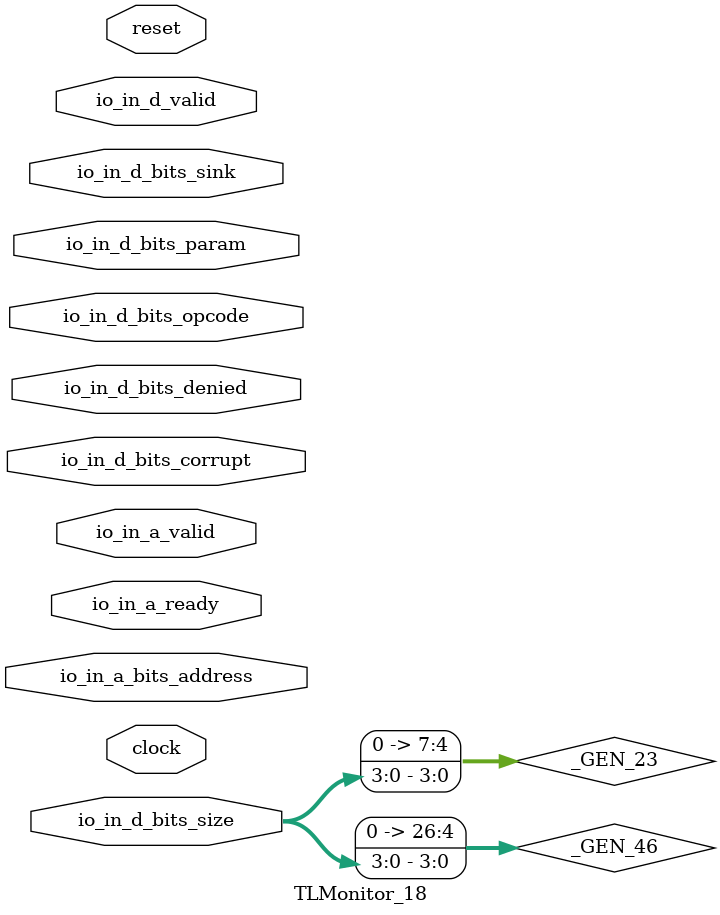
<source format=sv>
`ifndef RANDOMIZE
  `ifdef RANDOMIZE_REG_INIT
    `define RANDOMIZE
  `endif // RANDOMIZE_REG_INIT
`endif // not def RANDOMIZE
`ifndef RANDOMIZE
  `ifdef RANDOMIZE_MEM_INIT
    `define RANDOMIZE
  `endif // RANDOMIZE_MEM_INIT
`endif // not def RANDOMIZE

`ifndef RANDOM
  `define RANDOM $random
`endif // not def RANDOM

// Users can define 'PRINTF_COND' to add an extra gate to prints.
`ifndef PRINTF_COND_
  `ifdef PRINTF_COND
    `define PRINTF_COND_ (`PRINTF_COND)
  `else  // PRINTF_COND
    `define PRINTF_COND_ 1
  `endif // PRINTF_COND
`endif // not def PRINTF_COND_

// Users can define INIT_RANDOM as general code that gets injected into the
// initializer block for modules with registers.
`ifndef INIT_RANDOM
  `define INIT_RANDOM
`endif // not def INIT_RANDOM

// If using random initialization, you can also define RANDOMIZE_DELAY to
// customize the delay used, otherwise 0.002 is used.
`ifndef RANDOMIZE_DELAY
  `define RANDOMIZE_DELAY 0.002
`endif // not def RANDOMIZE_DELAY

// Define INIT_RANDOM_PROLOG_ for use in our modules below.
`ifndef INIT_RANDOM_PROLOG_
  `ifdef RANDOMIZE
    `ifdef VERILATOR
      `define INIT_RANDOM_PROLOG_ `INIT_RANDOM
    `else  // VERILATOR
      `define INIT_RANDOM_PROLOG_ `INIT_RANDOM #`RANDOMIZE_DELAY begin end
    `endif // VERILATOR
  `else  // RANDOMIZE
    `define INIT_RANDOM_PROLOG_
  `endif // RANDOMIZE
`endif // not def INIT_RANDOM_PROLOG_

// Include register initializers in init blocks unless synthesis is set
`ifndef SYNTHESIS
  `ifndef ENABLE_INITIAL_REG_
    `define ENABLE_INITIAL_REG_
  `endif // not def ENABLE_INITIAL_REG_
`endif // not def SYNTHESIS

// Include rmemory initializers in init blocks unless synthesis is set
`ifndef SYNTHESIS
  `ifndef ENABLE_INITIAL_MEM_
    `define ENABLE_INITIAL_MEM_
  `endif // not def ENABLE_INITIAL_MEM_
`endif // not def SYNTHESIS

module TLMonitor_18(
  input        clock,
               reset,
               io_in_a_ready,	// @[generators/rocket-chip/src/main/scala/tilelink/Monitor.scala:17:14]
               io_in_a_valid,	// @[generators/rocket-chip/src/main/scala/tilelink/Monitor.scala:17:14]
  input [28:0] io_in_a_bits_address,	// @[generators/rocket-chip/src/main/scala/tilelink/Monitor.scala:17:14]
  input        io_in_d_valid,	// @[generators/rocket-chip/src/main/scala/tilelink/Monitor.scala:17:14]
  input [2:0]  io_in_d_bits_opcode,	// @[generators/rocket-chip/src/main/scala/tilelink/Monitor.scala:17:14]
  input [1:0]  io_in_d_bits_param,	// @[generators/rocket-chip/src/main/scala/tilelink/Monitor.scala:17:14]
  input [3:0]  io_in_d_bits_size,	// @[generators/rocket-chip/src/main/scala/tilelink/Monitor.scala:17:14]
  input        io_in_d_bits_sink,	// @[generators/rocket-chip/src/main/scala/tilelink/Monitor.scala:17:14]
               io_in_d_bits_denied,	// @[generators/rocket-chip/src/main/scala/tilelink/Monitor.scala:17:14]
               io_in_d_bits_corrupt	// @[generators/rocket-chip/src/main/scala/tilelink/Monitor.scala:17:14]
);

  wire [31:0] _plusarg_reader_1_out;	// @[generators/rocket-chip/src/main/scala/util/PlusArg.scala:80:11]
  wire [31:0] _plusarg_reader_out;	// @[generators/rocket-chip/src/main/scala/util/PlusArg.scala:80:11]
  wire        mask_eq_2 = ~(io_in_a_bits_address[2]) & ~(io_in_a_bits_address[1]);	// @[generators/rocket-chip/src/main/scala/util/Misc.scala:210:26, :211:20, :214:27]
  wire        mask_eq_3 = ~(io_in_a_bits_address[2]) & io_in_a_bits_address[1];	// @[generators/rocket-chip/src/main/scala/util/Misc.scala:210:26, :211:20, :214:27]
  wire        mask_eq_4 = io_in_a_bits_address[2] & ~(io_in_a_bits_address[1]);	// @[generators/rocket-chip/src/main/scala/util/Misc.scala:210:26, :211:20, :214:27]
  wire        mask_eq_5 = io_in_a_bits_address[2] & io_in_a_bits_address[1];	// @[generators/rocket-chip/src/main/scala/util/Misc.scala:210:26, :214:27]
  wire        _GEN = {io_in_a_bits_address[2] | mask_eq_5 & io_in_a_bits_address[0], io_in_a_bits_address[2] | mask_eq_5 & ~(io_in_a_bits_address[0]), io_in_a_bits_address[2] | mask_eq_4 & io_in_a_bits_address[0], io_in_a_bits_address[2] | mask_eq_4 & ~(io_in_a_bits_address[0]), ~(io_in_a_bits_address[2]) | mask_eq_3 & io_in_a_bits_address[0], ~(io_in_a_bits_address[2]) | mask_eq_3 & ~(io_in_a_bits_address[0]), ~(io_in_a_bits_address[2]) | mask_eq_2 & io_in_a_bits_address[0], ~(io_in_a_bits_address[2]) | mask_eq_2 & ~(io_in_a_bits_address[0])} == 8'hF;	// @[generators/rocket-chip/src/main/scala/tilelink/Monitor.scala:17:14, :110:30, generators/rocket-chip/src/main/scala/util/Misc.scala:210:26, :211:20, :214:27, :215:29, :222:10]
  wire        _GEN_0 = {io_in_a_bits_address[28:14], ~(io_in_a_bits_address[13:12])} == 17'h0 | {io_in_a_bits_address[28:15], io_in_a_bits_address[13:12]} == 16'h0 | {io_in_a_bits_address[28:21], io_in_a_bits_address[20:17] ^ 4'h8, io_in_a_bits_address[15:12]} == 16'h0 | {io_in_a_bits_address[28:26], io_in_a_bits_address[25:16] ^ 10'h200} == 13'h0 | {io_in_a_bits_address[28:26], io_in_a_bits_address[25:12] ^ 14'h2010} == 17'h0 | {io_in_a_bits_address[28], ~(io_in_a_bits_address[27:26])} == 3'h0 | io_in_a_bits_address[28:12] == 17'h10020;	// @[generators/rocket-chip/src/main/scala/diplomacy/Parameters.scala:137:{31,41,46,59}, generators/rocket-chip/src/main/scala/tilelink/Monitor.scala:17:14, generators/rocket-chip/src/main/scala/tilelink/Parameters.scala:673:26]
  wire        _GEN_1 = io_in_d_bits_opcode != 3'h7;	// @[generators/rocket-chip/src/main/scala/tilelink/Bundles.scala:45:24]
  wire        d_release_ack = io_in_d_bits_opcode == 3'h6;	// @[generators/rocket-chip/src/main/scala/tilelink/Monitor.scala:310:25]
  wire        _GEN_2 = io_in_d_bits_size > 4'h2;	// @[generators/rocket-chip/src/main/scala/tilelink/Monitor.scala:17:14, :312:27]
  wire        _GEN_3 = io_in_d_bits_param != 2'h3;	// @[generators/rocket-chip/src/main/scala/tilelink/Bundles.scala:105:26]
  wire        _GEN_4 = io_in_d_bits_param != 2'h2;	// @[generators/rocket-chip/src/main/scala/tilelink/Bundles.scala:111:27, generators/rocket-chip/src/main/scala/tilelink/Monitor.scala:323:28]
  wire        _GEN_5 = ~io_in_d_bits_denied | io_in_d_bits_corrupt;	// @[generators/rocket-chip/src/main/scala/tilelink/Monitor.scala:315:15, :334:30]
  wire        _GEN_6 = io_in_d_bits_opcode == 3'h0;	// @[generators/rocket-chip/src/main/scala/tilelink/Monitor.scala:338:25]
  wire        _a_first_T_1 = io_in_a_ready & io_in_a_valid;	// @[src/main/scala/chisel3/util/Decoupled.scala:52:35]
  reg  [8:0]  a_first_counter;	// @[generators/rocket-chip/src/main/scala/tilelink/Edges.scala:230:27]
  reg  [2:0]  opcode;	// @[generators/rocket-chip/src/main/scala/tilelink/Monitor.scala:384:22]
  reg  [2:0]  param;	// @[generators/rocket-chip/src/main/scala/tilelink/Monitor.scala:385:22]
  reg  [3:0]  size;	// @[generators/rocket-chip/src/main/scala/tilelink/Monitor.scala:386:22]
  reg         source;	// @[generators/rocket-chip/src/main/scala/tilelink/Monitor.scala:387:22]
  reg  [28:0] address;	// @[generators/rocket-chip/src/main/scala/tilelink/Monitor.scala:388:22]
  wire        _GEN_7 = size == 4'h2;	// @[generators/rocket-chip/src/main/scala/tilelink/Monitor.scala:17:14, :386:22, :392:32]
  wire        _GEN_8 = io_in_a_bits_address == address;	// @[generators/rocket-chip/src/main/scala/tilelink/Monitor.scala:388:22, :394:32]
  reg  [8:0]  d_first_counter;	// @[generators/rocket-chip/src/main/scala/tilelink/Edges.scala:230:27]
  reg  [2:0]  opcode_1;	// @[generators/rocket-chip/src/main/scala/tilelink/Monitor.scala:535:22]
  reg  [1:0]  param_1;	// @[generators/rocket-chip/src/main/scala/tilelink/Monitor.scala:536:22]
  reg  [3:0]  size_1;	// @[generators/rocket-chip/src/main/scala/tilelink/Monitor.scala:537:22]
  reg         source_1;	// @[generators/rocket-chip/src/main/scala/tilelink/Monitor.scala:538:22]
  reg         sink;	// @[generators/rocket-chip/src/main/scala/tilelink/Monitor.scala:539:22]
  reg         denied;	// @[generators/rocket-chip/src/main/scala/tilelink/Monitor.scala:540:22]
  wire        _GEN_9 = io_in_d_bits_opcode == opcode_1;	// @[generators/rocket-chip/src/main/scala/tilelink/Monitor.scala:535:22, :542:29]
  wire        _GEN_10 = io_in_d_bits_param == param_1;	// @[generators/rocket-chip/src/main/scala/tilelink/Monitor.scala:536:22, :543:29]
  wire        _GEN_11 = io_in_d_bits_size == size_1;	// @[generators/rocket-chip/src/main/scala/tilelink/Monitor.scala:537:22, :544:29]
  wire        _GEN_12 = io_in_d_bits_sink == sink;	// @[generators/rocket-chip/src/main/scala/tilelink/Monitor.scala:539:22, :546:29]
  wire        _GEN_13 = io_in_d_bits_denied == denied;	// @[generators/rocket-chip/src/main/scala/tilelink/Monitor.scala:540:22, :547:29]
  reg         inflight;	// @[generators/rocket-chip/src/main/scala/tilelink/Monitor.scala:611:27]
  reg  [3:0]  inflight_opcodes;	// @[generators/rocket-chip/src/main/scala/tilelink/Monitor.scala:613:35]
  reg  [7:0]  inflight_sizes;	// @[generators/rocket-chip/src/main/scala/tilelink/Monitor.scala:615:33]
  reg  [8:0]  a_first_counter_1;	// @[generators/rocket-chip/src/main/scala/tilelink/Edges.scala:230:27]
  wire        a_first_1 = a_first_counter_1 == 9'h0;	// @[generators/rocket-chip/src/main/scala/tilelink/Edges.scala:222:14, :230:27, :232:25]
  reg  [8:0]  d_first_counter_1;	// @[generators/rocket-chip/src/main/scala/tilelink/Edges.scala:230:27]
  wire        d_first_1 = d_first_counter_1 == 9'h0;	// @[generators/rocket-chip/src/main/scala/tilelink/Edges.scala:222:14, :230:27, :232:25]
  wire        _same_cycle_resp_T_1 = io_in_a_valid & a_first_1;	// @[generators/rocket-chip/src/main/scala/tilelink/Edges.scala:232:25, generators/rocket-chip/src/main/scala/tilelink/Monitor.scala:648:26]
  wire        _GEN_14 = _a_first_T_1 & a_first_1;	// @[generators/rocket-chip/src/main/scala/tilelink/Edges.scala:232:25, generators/rocket-chip/src/main/scala/tilelink/Monitor.scala:652:25, src/main/scala/chisel3/util/Decoupled.scala:52:35]
  wire        _GEN_15 = io_in_d_valid & d_first_1;	// @[generators/rocket-chip/src/main/scala/tilelink/Edges.scala:232:25, generators/rocket-chip/src/main/scala/tilelink/Monitor.scala:671:26]
  wire        _GEN_16 = _GEN_15 & ~d_release_ack;	// @[generators/rocket-chip/src/main/scala/tilelink/Monitor.scala:310:25, :671:{26,71,74}]
  wire        _GEN_17 = inflight | _same_cycle_resp_T_1;	// @[generators/rocket-chip/src/main/scala/tilelink/Monitor.scala:611:27, :648:26, :682:49]
  wire        _GEN_18 = io_in_d_bits_size == 4'h2;	// @[generators/rocket-chip/src/main/scala/tilelink/Monitor.scala:17:14, :687:36]
  wire        _GEN_19 = inflight_opcodes[3:1] == 3'h4 | inflight_opcodes[3:1] == 3'h3 | inflight_opcodes[3:1] == 3'h2;	// @[generators/rocket-chip/src/main/scala/tilelink/Monitor.scala:613:35, :634:152, :689:38, src/main/scala/chisel3/util/OneHot.scala:65:12]
  wire        _GEN_20 = inflight_opcodes[3:1] == 3'h5;	// @[generators/rocket-chip/src/main/scala/tilelink/Monitor.scala:613:35, :634:152, :689:38, src/main/scala/chisel3/util/OneHot.scala:65:12]
  wire        _GEN_21 = inflight_opcodes[3:1] == 3'h6;	// @[generators/rocket-chip/src/main/scala/tilelink/Monitor.scala:613:35, :634:152, :689:38, src/main/scala/chisel3/util/OneHot.scala:65:12]
  wire        _GEN_22 = io_in_d_bits_opcode == ((&(inflight_opcodes[3:1])) | _GEN_21 ? 3'h4 : _GEN_20 ? 3'h2 : {2'h0, _GEN_19}) | io_in_d_bits_opcode == ((&(inflight_opcodes[3:1])) ? 3'h4 : _GEN_21 ? 3'h5 : _GEN_20 ? 3'h2 : {2'h0, _GEN_19});	// @[generators/rocket-chip/src/main/scala/tilelink/Monitor.scala:312:27, :613:35, :634:152, :689:{38,72}, :690:38, src/main/scala/chisel3/util/OneHot.scala:65:12]
  wire [7:0]  _GEN_23 = {4'h0, io_in_d_bits_size};	// @[generators/rocket-chip/src/main/scala/tilelink/Bundles.scala:111:27, generators/rocket-chip/src/main/scala/tilelink/Monitor.scala:634:69, :638:65, :656:79, :657:77, :691:36, generators/rocket-chip/src/main/scala/util/Misc.scala:206:21]
  wire        _GEN_24 = _GEN_23 == {1'h0, inflight_sizes[7:1]};	// @[generators/rocket-chip/src/main/scala/tilelink/Monitor.scala:17:14, :42:11, :49:11, :88:31, :99:31, :100:31, :615:33, :638:144, :691:36, :695:15, generators/rocket-chip/src/main/scala/tilelink/Monitor.scala 636:33:638:19, generators/rocket-chip/src/main/scala/util/Misc.scala:206:21, :215:38, src/main/scala/chisel3/util/OneHot.scala:65:12]
  wire        _GEN_25 = _same_cycle_resp_T_1 != _GEN_16 | ~_same_cycle_resp_T_1;	// @[generators/rocket-chip/src/main/scala/tilelink/Monitor.scala:648:26, :671:71, :699:{29,48,51}]
  reg  [31:0] watchdog;	// @[generators/rocket-chip/src/main/scala/tilelink/Monitor.scala:706:27]
  wire        _GEN_26 = ~inflight | _plusarg_reader_out == 32'h0 | watchdog < _plusarg_reader_out;	// @[generators/rocket-chip/src/main/scala/tilelink/Monitor.scala:611:27, :658:17, :706:27, :709:{39,47,59}, generators/rocket-chip/src/main/scala/util/PlusArg.scala:80:11]
  reg         inflight_1;	// @[generators/rocket-chip/src/main/scala/tilelink/Monitor.scala:723:35]
  reg  [7:0]  inflight_sizes_1;	// @[generators/rocket-chip/src/main/scala/tilelink/Monitor.scala:725:35]
  reg  [8:0]  d_first_counter_2;	// @[generators/rocket-chip/src/main/scala/tilelink/Edges.scala:230:27]
  wire        d_first_2 = d_first_counter_2 == 9'h0;	// @[generators/rocket-chip/src/main/scala/tilelink/Edges.scala:222:14, :230:27, :232:25]
  wire        _GEN_27 = io_in_d_valid & d_first_2 & d_release_ack;	// @[generators/rocket-chip/src/main/scala/tilelink/Edges.scala:232:25, generators/rocket-chip/src/main/scala/tilelink/Monitor.scala:310:25, :785:70]
  wire        _GEN_28 = _GEN_23 == {1'h0, inflight_sizes_1[7:1]};	// @[generators/rocket-chip/src/main/scala/tilelink/Monitor.scala:17:14, :42:11, :49:11, :88:31, :99:31, :100:31, :691:36, :695:15, :725:35, :747:146, :797:36, generators/rocket-chip/src/main/scala/tilelink/Monitor.scala 745:35:747:21, generators/rocket-chip/src/main/scala/util/Misc.scala:206:21, :215:38, src/main/scala/chisel3/util/OneHot.scala:65:12]
  reg  [31:0] watchdog_1;	// @[generators/rocket-chip/src/main/scala/tilelink/Monitor.scala:815:27]
  wire        _GEN_29 = ~inflight_1 | _plusarg_reader_1_out == 32'h0 | watchdog_1 < _plusarg_reader_1_out;	// @[generators/rocket-chip/src/main/scala/tilelink/Monitor.scala:49:11, :706:27, :723:35, :815:27, :818:{39,47,59}, generators/rocket-chip/src/main/scala/util/PlusArg.scala:80:11]
  wire        _GEN_30 = io_in_a_valid & ~reset;	// @[generators/rocket-chip/src/main/scala/tilelink/Monitor.scala:42:11]
  wire        _GEN_31 = io_in_d_valid & ~reset;	// @[generators/rocket-chip/src/main/scala/tilelink/Monitor.scala:42:11, :49:11]
  wire        _GEN_32 = io_in_d_valid & d_release_ack & ~reset;	// @[generators/rocket-chip/src/main/scala/tilelink/Monitor.scala:42:11, :49:11, :310:25]
  wire        _GEN_33 = io_in_d_valid & io_in_d_bits_opcode == 3'h4 & ~reset;	// @[generators/rocket-chip/src/main/scala/tilelink/Monitor.scala:42:11, :49:11, :318:25]
  wire        _GEN_34 = io_in_d_valid & io_in_d_bits_opcode == 3'h5 & ~reset;	// @[generators/rocket-chip/src/main/scala/tilelink/Monitor.scala:42:11, :49:11, :328:25]
  wire        _GEN_35 = io_in_d_valid & _GEN_6 & ~reset;	// @[generators/rocket-chip/src/main/scala/tilelink/Monitor.scala:42:11, :49:11, :338:25]
  wire        _GEN_36 = io_in_d_valid & io_in_d_bits_opcode == 3'h1 & ~reset;	// @[generators/rocket-chip/src/main/scala/tilelink/Monitor.scala:42:11, :49:11, :346:25]
  wire        _GEN_37 = io_in_d_valid & io_in_d_bits_opcode == 3'h2 & ~reset;	// @[generators/rocket-chip/src/main/scala/tilelink/Monitor.scala:42:11, :49:11, :354:25]
  wire        _GEN_38 = io_in_a_valid & (|a_first_counter) & ~reset;	// @[generators/rocket-chip/src/main/scala/tilelink/Edges.scala:230:27, :232:25, generators/rocket-chip/src/main/scala/tilelink/Monitor.scala:42:11]
  wire        _GEN_39 = io_in_d_valid & (|d_first_counter) & ~reset;	// @[generators/rocket-chip/src/main/scala/tilelink/Edges.scala:230:27, :232:25, generators/rocket-chip/src/main/scala/tilelink/Monitor.scala:42:11, :49:11]
  wire        _GEN_40 = _GEN_14 & ~reset;	// @[generators/rocket-chip/src/main/scala/tilelink/Monitor.scala:42:11, :652:25]
  wire        _GEN_41 = _GEN_16 & ~reset;	// @[generators/rocket-chip/src/main/scala/tilelink/Monitor.scala:42:11, :49:11, :671:71]
  wire        _GEN_42 = _GEN_16 & _same_cycle_resp_T_1 & ~reset;	// @[generators/rocket-chip/src/main/scala/tilelink/Monitor.scala:42:11, :49:11, :648:26, :671:71]
  wire        _GEN_43 = _GEN_16 & ~_same_cycle_resp_T_1 & ~reset;	// @[generators/rocket-chip/src/main/scala/tilelink/Monitor.scala:42:11, :49:11, :648:26, :671:71, :699:51]
  wire        _GEN_44 = _GEN_15 & a_first_1 & io_in_a_valid & ~d_release_ack & ~reset;	// @[generators/rocket-chip/src/main/scala/tilelink/Edges.scala:232:25, generators/rocket-chip/src/main/scala/tilelink/Monitor.scala:42:11, :49:11, :310:25, :671:{26,74}]
  wire        _GEN_45 = _GEN_27 & ~reset;	// @[generators/rocket-chip/src/main/scala/tilelink/Monitor.scala:42:11, :49:11, :785:70]
  `ifndef SYNTHESIS	// @[generators/rocket-chip/src/main/scala/tilelink/Monitor.scala:42:11]
    always @(posedge clock) begin	// @[generators/rocket-chip/src/main/scala/tilelink/Monitor.scala:42:11]
      if ((`PRINTF_COND_) & _GEN_30 & ~_GEN_0)	// @[generators/rocket-chip/src/main/scala/tilelink/Monitor.scala:42:11, generators/rocket-chip/src/main/scala/tilelink/Parameters.scala:673:26]
        $fwrite(32'h80000002, "Assertion failed: 'A' channel carries PutFull type which is unexpected using diplomatic parameters (connected at generators/rocket-chip/src/main/scala/tilelink/BusWrapper.scala:90:33)\n    at Monitor.scala:42 assert(cond, message)\n");	// @[generators/rocket-chip/src/main/scala/tilelink/Monitor.scala:42:11]
      if ((`PRINTF_COND_) & _GEN_30 & (|(io_in_a_bits_address[1:0])))	// @[generators/rocket-chip/src/main/scala/tilelink/Edges.scala:22:{16,24}, generators/rocket-chip/src/main/scala/tilelink/Monitor.scala:42:11]
        $fwrite(32'h80000002, "Assertion failed: 'A' channel PutFull address not aligned to size (connected at generators/rocket-chip/src/main/scala/tilelink/BusWrapper.scala:90:33)\n    at Monitor.scala:42 assert(cond, message)\n");	// @[generators/rocket-chip/src/main/scala/tilelink/Monitor.scala:42:11]
      if ((`PRINTF_COND_) & _GEN_30 & ~_GEN)	// @[generators/rocket-chip/src/main/scala/tilelink/Monitor.scala:42:11, :110:30]
        $fwrite(32'h80000002, "Assertion failed: 'A' channel PutFull contains invalid mask (connected at generators/rocket-chip/src/main/scala/tilelink/BusWrapper.scala:90:33)\n    at Monitor.scala:42 assert(cond, message)\n");	// @[generators/rocket-chip/src/main/scala/tilelink/Monitor.scala:42:11]
      if ((`PRINTF_COND_) & _GEN_31 & ~_GEN_1)	// @[generators/rocket-chip/src/main/scala/tilelink/Bundles.scala:45:24, generators/rocket-chip/src/main/scala/tilelink/Monitor.scala:42:11, :49:11]
        $fwrite(32'h80000002, "Assertion failed: 'D' channel has invalid opcode (connected at generators/rocket-chip/src/main/scala/tilelink/BusWrapper.scala:90:33)\n    at Monitor.scala:49 assert(cond, message)\n");	// @[generators/rocket-chip/src/main/scala/tilelink/Monitor.scala:42:11, :49:11]
      if ((`PRINTF_COND_) & _GEN_32 & ~_GEN_2)	// @[generators/rocket-chip/src/main/scala/tilelink/Monitor.scala:42:11, :49:11, :312:27]
        $fwrite(32'h80000002, "Assertion failed: 'D' channel ReleaseAck smaller than a beat (connected at generators/rocket-chip/src/main/scala/tilelink/BusWrapper.scala:90:33)\n    at Monitor.scala:49 assert(cond, message)\n");	// @[generators/rocket-chip/src/main/scala/tilelink/Monitor.scala:42:11, :49:11]
      if ((`PRINTF_COND_) & _GEN_32 & (|io_in_d_bits_param))	// @[generators/rocket-chip/src/main/scala/tilelink/Monitor.scala:42:11, :49:11, :313:28]
        $fwrite(32'h80000002, "Assertion failed: 'D' channel ReleaseeAck carries invalid param (connected at generators/rocket-chip/src/main/scala/tilelink/BusWrapper.scala:90:33)\n    at Monitor.scala:49 assert(cond, message)\n");	// @[generators/rocket-chip/src/main/scala/tilelink/Monitor.scala:42:11, :49:11]
      if ((`PRINTF_COND_) & _GEN_32 & io_in_d_bits_corrupt)	// @[generators/rocket-chip/src/main/scala/tilelink/Monitor.scala:42:11, :49:11]
        $fwrite(32'h80000002, "Assertion failed: 'D' channel ReleaseAck is corrupt (connected at generators/rocket-chip/src/main/scala/tilelink/BusWrapper.scala:90:33)\n    at Monitor.scala:49 assert(cond, message)\n");	// @[generators/rocket-chip/src/main/scala/tilelink/Monitor.scala:42:11, :49:11]
      if ((`PRINTF_COND_) & _GEN_32 & io_in_d_bits_denied)	// @[generators/rocket-chip/src/main/scala/tilelink/Monitor.scala:42:11, :49:11]
        $fwrite(32'h80000002, "Assertion failed: 'D' channel ReleaseAck is denied (connected at generators/rocket-chip/src/main/scala/tilelink/BusWrapper.scala:90:33)\n    at Monitor.scala:49 assert(cond, message)\n");	// @[generators/rocket-chip/src/main/scala/tilelink/Monitor.scala:42:11, :49:11]
      if ((`PRINTF_COND_) & _GEN_33)	// @[generators/rocket-chip/src/main/scala/tilelink/Monitor.scala:42:11, :49:11]
        $fwrite(32'h80000002, "Assertion failed: 'D' channel Grant carries invalid sink ID (connected at generators/rocket-chip/src/main/scala/tilelink/BusWrapper.scala:90:33)\n    at Monitor.scala:49 assert(cond, message)\n");	// @[generators/rocket-chip/src/main/scala/tilelink/Monitor.scala:42:11, :49:11]
      if ((`PRINTF_COND_) & _GEN_33 & ~_GEN_2)	// @[generators/rocket-chip/src/main/scala/tilelink/Monitor.scala:42:11, :49:11, :312:27]
        $fwrite(32'h80000002, "Assertion failed: 'D' channel Grant smaller than a beat (connected at generators/rocket-chip/src/main/scala/tilelink/BusWrapper.scala:90:33)\n    at Monitor.scala:49 assert(cond, message)\n");	// @[generators/rocket-chip/src/main/scala/tilelink/Monitor.scala:42:11, :49:11]
      if ((`PRINTF_COND_) & _GEN_33 & ~_GEN_3)	// @[generators/rocket-chip/src/main/scala/tilelink/Bundles.scala:105:26, generators/rocket-chip/src/main/scala/tilelink/Monitor.scala:42:11, :49:11]
        $fwrite(32'h80000002, "Assertion failed: 'D' channel Grant carries invalid cap param (connected at generators/rocket-chip/src/main/scala/tilelink/BusWrapper.scala:90:33)\n    at Monitor.scala:49 assert(cond, message)\n");	// @[generators/rocket-chip/src/main/scala/tilelink/Monitor.scala:42:11, :49:11]
      if ((`PRINTF_COND_) & _GEN_33 & ~_GEN_4)	// @[generators/rocket-chip/src/main/scala/tilelink/Monitor.scala:42:11, :49:11, :323:28]
        $fwrite(32'h80000002, "Assertion failed: 'D' channel Grant carries toN param (connected at generators/rocket-chip/src/main/scala/tilelink/BusWrapper.scala:90:33)\n    at Monitor.scala:49 assert(cond, message)\n");	// @[generators/rocket-chip/src/main/scala/tilelink/Monitor.scala:42:11, :49:11]
      if ((`PRINTF_COND_) & _GEN_33 & io_in_d_bits_corrupt)	// @[generators/rocket-chip/src/main/scala/tilelink/Monitor.scala:42:11, :49:11]
        $fwrite(32'h80000002, "Assertion failed: 'D' channel Grant is corrupt (connected at generators/rocket-chip/src/main/scala/tilelink/BusWrapper.scala:90:33)\n    at Monitor.scala:49 assert(cond, message)\n");	// @[generators/rocket-chip/src/main/scala/tilelink/Monitor.scala:42:11, :49:11]
      if ((`PRINTF_COND_) & _GEN_34)	// @[generators/rocket-chip/src/main/scala/tilelink/Monitor.scala:42:11, :49:11]
        $fwrite(32'h80000002, "Assertion failed: 'D' channel GrantData carries invalid sink ID (connected at generators/rocket-chip/src/main/scala/tilelink/BusWrapper.scala:90:33)\n    at Monitor.scala:49 assert(cond, message)\n");	// @[generators/rocket-chip/src/main/scala/tilelink/Monitor.scala:42:11, :49:11]
      if ((`PRINTF_COND_) & _GEN_34 & ~_GEN_2)	// @[generators/rocket-chip/src/main/scala/tilelink/Monitor.scala:42:11, :49:11, :312:27]
        $fwrite(32'h80000002, "Assertion failed: 'D' channel GrantData smaller than a beat (connected at generators/rocket-chip/src/main/scala/tilelink/BusWrapper.scala:90:33)\n    at Monitor.scala:49 assert(cond, message)\n");	// @[generators/rocket-chip/src/main/scala/tilelink/Monitor.scala:42:11, :49:11]
      if ((`PRINTF_COND_) & _GEN_34 & ~_GEN_3)	// @[generators/rocket-chip/src/main/scala/tilelink/Bundles.scala:105:26, generators/rocket-chip/src/main/scala/tilelink/Monitor.scala:42:11, :49:11]
        $fwrite(32'h80000002, "Assertion failed: 'D' channel GrantData carries invalid cap param (connected at generators/rocket-chip/src/main/scala/tilelink/BusWrapper.scala:90:33)\n    at Monitor.scala:49 assert(cond, message)\n");	// @[generators/rocket-chip/src/main/scala/tilelink/Monitor.scala:42:11, :49:11]
      if ((`PRINTF_COND_) & _GEN_34 & ~_GEN_4)	// @[generators/rocket-chip/src/main/scala/tilelink/Monitor.scala:42:11, :49:11, :323:28]
        $fwrite(32'h80000002, "Assertion failed: 'D' channel GrantData carries toN param (connected at generators/rocket-chip/src/main/scala/tilelink/BusWrapper.scala:90:33)\n    at Monitor.scala:49 assert(cond, message)\n");	// @[generators/rocket-chip/src/main/scala/tilelink/Monitor.scala:42:11, :49:11]
      if ((`PRINTF_COND_) & _GEN_34 & ~_GEN_5)	// @[generators/rocket-chip/src/main/scala/tilelink/Monitor.scala:42:11, :49:11, :334:30]
        $fwrite(32'h80000002, "Assertion failed: 'D' channel GrantData is denied but not corrupt (connected at generators/rocket-chip/src/main/scala/tilelink/BusWrapper.scala:90:33)\n    at Monitor.scala:49 assert(cond, message)\n");	// @[generators/rocket-chip/src/main/scala/tilelink/Monitor.scala:42:11, :49:11]
      if ((`PRINTF_COND_) & _GEN_35 & (|io_in_d_bits_param))	// @[generators/rocket-chip/src/main/scala/tilelink/Monitor.scala:42:11, :49:11, :313:28]
        $fwrite(32'h80000002, "Assertion failed: 'D' channel AccessAck carries invalid param (connected at generators/rocket-chip/src/main/scala/tilelink/BusWrapper.scala:90:33)\n    at Monitor.scala:49 assert(cond, message)\n");	// @[generators/rocket-chip/src/main/scala/tilelink/Monitor.scala:42:11, :49:11]
      if ((`PRINTF_COND_) & _GEN_35 & io_in_d_bits_corrupt)	// @[generators/rocket-chip/src/main/scala/tilelink/Monitor.scala:42:11, :49:11]
        $fwrite(32'h80000002, "Assertion failed: 'D' channel AccessAck is corrupt (connected at generators/rocket-chip/src/main/scala/tilelink/BusWrapper.scala:90:33)\n    at Monitor.scala:49 assert(cond, message)\n");	// @[generators/rocket-chip/src/main/scala/tilelink/Monitor.scala:42:11, :49:11]
      if ((`PRINTF_COND_) & _GEN_36 & (|io_in_d_bits_param))	// @[generators/rocket-chip/src/main/scala/tilelink/Monitor.scala:42:11, :49:11, :313:28]
        $fwrite(32'h80000002, "Assertion failed: 'D' channel AccessAckData carries invalid param (connected at generators/rocket-chip/src/main/scala/tilelink/BusWrapper.scala:90:33)\n    at Monitor.scala:49 assert(cond, message)\n");	// @[generators/rocket-chip/src/main/scala/tilelink/Monitor.scala:42:11, :49:11]
      if ((`PRINTF_COND_) & _GEN_36 & ~_GEN_5)	// @[generators/rocket-chip/src/main/scala/tilelink/Monitor.scala:42:11, :49:11, :334:30]
        $fwrite(32'h80000002, "Assertion failed: 'D' channel AccessAckData is denied but not corrupt (connected at generators/rocket-chip/src/main/scala/tilelink/BusWrapper.scala:90:33)\n    at Monitor.scala:49 assert(cond, message)\n");	// @[generators/rocket-chip/src/main/scala/tilelink/Monitor.scala:42:11, :49:11]
      if ((`PRINTF_COND_) & _GEN_37 & (|io_in_d_bits_param))	// @[generators/rocket-chip/src/main/scala/tilelink/Monitor.scala:42:11, :49:11, :313:28]
        $fwrite(32'h80000002, "Assertion failed: 'D' channel HintAck carries invalid param (connected at generators/rocket-chip/src/main/scala/tilelink/BusWrapper.scala:90:33)\n    at Monitor.scala:49 assert(cond, message)\n");	// @[generators/rocket-chip/src/main/scala/tilelink/Monitor.scala:42:11, :49:11]
      if ((`PRINTF_COND_) & _GEN_37 & io_in_d_bits_corrupt)	// @[generators/rocket-chip/src/main/scala/tilelink/Monitor.scala:42:11, :49:11]
        $fwrite(32'h80000002, "Assertion failed: 'D' channel HintAck is corrupt (connected at generators/rocket-chip/src/main/scala/tilelink/BusWrapper.scala:90:33)\n    at Monitor.scala:49 assert(cond, message)\n");	// @[generators/rocket-chip/src/main/scala/tilelink/Monitor.scala:42:11, :49:11]
      if ((`PRINTF_COND_) & _GEN_38 & (|opcode))	// @[generators/rocket-chip/src/main/scala/tilelink/Monitor.scala:42:11, :384:22, :390:32]
        $fwrite(32'h80000002, "Assertion failed: 'A' channel opcode changed within multibeat operation (connected at generators/rocket-chip/src/main/scala/tilelink/BusWrapper.scala:90:33)\n    at Monitor.scala:42 assert(cond, message)\n");	// @[generators/rocket-chip/src/main/scala/tilelink/Monitor.scala:42:11]
      if ((`PRINTF_COND_) & _GEN_38 & (|param))	// @[generators/rocket-chip/src/main/scala/tilelink/Monitor.scala:42:11, :385:22, :391:32]
        $fwrite(32'h80000002, "Assertion failed: 'A' channel param changed within multibeat operation (connected at generators/rocket-chip/src/main/scala/tilelink/BusWrapper.scala:90:33)\n    at Monitor.scala:42 assert(cond, message)\n");	// @[generators/rocket-chip/src/main/scala/tilelink/Monitor.scala:42:11]
      if ((`PRINTF_COND_) & _GEN_38 & ~_GEN_7)	// @[generators/rocket-chip/src/main/scala/tilelink/Monitor.scala:42:11, :392:32]
        $fwrite(32'h80000002, "Assertion failed: 'A' channel size changed within multibeat operation (connected at generators/rocket-chip/src/main/scala/tilelink/BusWrapper.scala:90:33)\n    at Monitor.scala:42 assert(cond, message)\n");	// @[generators/rocket-chip/src/main/scala/tilelink/Monitor.scala:42:11]
      if ((`PRINTF_COND_) & _GEN_38 & source)	// @[generators/rocket-chip/src/main/scala/tilelink/Monitor.scala:42:11, :387:22]
        $fwrite(32'h80000002, "Assertion failed: 'A' channel source changed within multibeat operation (connected at generators/rocket-chip/src/main/scala/tilelink/BusWrapper.scala:90:33)\n    at Monitor.scala:42 assert(cond, message)\n");	// @[generators/rocket-chip/src/main/scala/tilelink/Monitor.scala:42:11]
      if ((`PRINTF_COND_) & _GEN_38 & ~_GEN_8)	// @[generators/rocket-chip/src/main/scala/tilelink/Monitor.scala:42:11, :394:32]
        $fwrite(32'h80000002, "Assertion failed: 'A' channel address changed with multibeat operation (connected at generators/rocket-chip/src/main/scala/tilelink/BusWrapper.scala:90:33)\n    at Monitor.scala:42 assert(cond, message)\n");	// @[generators/rocket-chip/src/main/scala/tilelink/Monitor.scala:42:11]
      if ((`PRINTF_COND_) & _GEN_39 & ~_GEN_9)	// @[generators/rocket-chip/src/main/scala/tilelink/Monitor.scala:42:11, :49:11, :542:29]
        $fwrite(32'h80000002, "Assertion failed: 'D' channel opcode changed within multibeat operation (connected at generators/rocket-chip/src/main/scala/tilelink/BusWrapper.scala:90:33)\n    at Monitor.scala:49 assert(cond, message)\n");	// @[generators/rocket-chip/src/main/scala/tilelink/Monitor.scala:42:11, :49:11]
      if ((`PRINTF_COND_) & _GEN_39 & ~_GEN_10)	// @[generators/rocket-chip/src/main/scala/tilelink/Monitor.scala:42:11, :49:11, :543:29]
        $fwrite(32'h80000002, "Assertion failed: 'D' channel param changed within multibeat operation (connected at generators/rocket-chip/src/main/scala/tilelink/BusWrapper.scala:90:33)\n    at Monitor.scala:49 assert(cond, message)\n");	// @[generators/rocket-chip/src/main/scala/tilelink/Monitor.scala:42:11, :49:11]
      if ((`PRINTF_COND_) & _GEN_39 & ~_GEN_11)	// @[generators/rocket-chip/src/main/scala/tilelink/Monitor.scala:42:11, :49:11, :544:29]
        $fwrite(32'h80000002, "Assertion failed: 'D' channel size changed within multibeat operation (connected at generators/rocket-chip/src/main/scala/tilelink/BusWrapper.scala:90:33)\n    at Monitor.scala:49 assert(cond, message)\n");	// @[generators/rocket-chip/src/main/scala/tilelink/Monitor.scala:42:11, :49:11]
      if ((`PRINTF_COND_) & _GEN_39 & source_1)	// @[generators/rocket-chip/src/main/scala/tilelink/Monitor.scala:42:11, :49:11, :538:22]
        $fwrite(32'h80000002, "Assertion failed: 'D' channel source changed within multibeat operation (connected at generators/rocket-chip/src/main/scala/tilelink/BusWrapper.scala:90:33)\n    at Monitor.scala:49 assert(cond, message)\n");	// @[generators/rocket-chip/src/main/scala/tilelink/Monitor.scala:42:11, :49:11]
      if ((`PRINTF_COND_) & _GEN_39 & ~_GEN_12)	// @[generators/rocket-chip/src/main/scala/tilelink/Monitor.scala:42:11, :49:11, :546:29]
        $fwrite(32'h80000002, "Assertion failed: 'D' channel sink changed with multibeat operation (connected at generators/rocket-chip/src/main/scala/tilelink/BusWrapper.scala:90:33)\n    at Monitor.scala:49 assert(cond, message)\n");	// @[generators/rocket-chip/src/main/scala/tilelink/Monitor.scala:42:11, :49:11]
      if ((`PRINTF_COND_) & _GEN_39 & ~_GEN_13)	// @[generators/rocket-chip/src/main/scala/tilelink/Monitor.scala:42:11, :49:11, :547:29]
        $fwrite(32'h80000002, "Assertion failed: 'D' channel denied changed with multibeat operation (connected at generators/rocket-chip/src/main/scala/tilelink/BusWrapper.scala:90:33)\n    at Monitor.scala:49 assert(cond, message)\n");	// @[generators/rocket-chip/src/main/scala/tilelink/Monitor.scala:42:11, :49:11]
      if ((`PRINTF_COND_) & _GEN_40 & inflight)	// @[generators/rocket-chip/src/main/scala/tilelink/Monitor.scala:42:11, :611:27]
        $fwrite(32'h80000002, "Assertion failed: 'A' channel re-used a source ID (connected at generators/rocket-chip/src/main/scala/tilelink/BusWrapper.scala:90:33)\n    at Monitor.scala:42 assert(cond, message)\n");	// @[generators/rocket-chip/src/main/scala/tilelink/Monitor.scala:42:11]
      if ((`PRINTF_COND_) & _GEN_41 & ~_GEN_17)	// @[generators/rocket-chip/src/main/scala/tilelink/Monitor.scala:42:11, :49:11, :682:49]
        $fwrite(32'h80000002, "Assertion failed: 'D' channel acknowledged for nothing inflight (connected at generators/rocket-chip/src/main/scala/tilelink/BusWrapper.scala:90:33)\n    at Monitor.scala:49 assert(cond, message)\n");	// @[generators/rocket-chip/src/main/scala/tilelink/Monitor.scala:42:11, :49:11]
      if ((`PRINTF_COND_) & _GEN_42 & ~_GEN_6)	// @[generators/rocket-chip/src/main/scala/tilelink/Monitor.scala:42:11, :49:11, :338:25]
        $fwrite(32'h80000002, "Assertion failed: 'D' channel contains improper opcode response (connected at generators/rocket-chip/src/main/scala/tilelink/BusWrapper.scala:90:33)\n    at Monitor.scala:49 assert(cond, message)\n");	// @[generators/rocket-chip/src/main/scala/tilelink/Monitor.scala:42:11, :49:11]
      if ((`PRINTF_COND_) & _GEN_42 & ~_GEN_18)	// @[generators/rocket-chip/src/main/scala/tilelink/Monitor.scala:42:11, :49:11, :687:36]
        $fwrite(32'h80000002, "Assertion failed: 'D' channel contains improper response size (connected at generators/rocket-chip/src/main/scala/tilelink/BusWrapper.scala:90:33)\n    at Monitor.scala:49 assert(cond, message)\n");	// @[generators/rocket-chip/src/main/scala/tilelink/Monitor.scala:42:11, :49:11]
      if ((`PRINTF_COND_) & _GEN_43 & ~_GEN_22)	// @[generators/rocket-chip/src/main/scala/tilelink/Monitor.scala:42:11, :49:11, :689:72]
        $fwrite(32'h80000002, "Assertion failed: 'D' channel contains improper opcode response (connected at generators/rocket-chip/src/main/scala/tilelink/BusWrapper.scala:90:33)\n    at Monitor.scala:49 assert(cond, message)\n");	// @[generators/rocket-chip/src/main/scala/tilelink/Monitor.scala:42:11, :49:11]
      if ((`PRINTF_COND_) & _GEN_43 & ~_GEN_24)	// @[generators/rocket-chip/src/main/scala/tilelink/Monitor.scala:42:11, :49:11, :691:36]
        $fwrite(32'h80000002, "Assertion failed: 'D' channel contains improper response size (connected at generators/rocket-chip/src/main/scala/tilelink/BusWrapper.scala:90:33)\n    at Monitor.scala:49 assert(cond, message)\n");	// @[generators/rocket-chip/src/main/scala/tilelink/Monitor.scala:42:11, :49:11]
      if ((`PRINTF_COND_) & _GEN_44 & ~io_in_a_ready)	// @[generators/rocket-chip/src/main/scala/tilelink/Monitor.scala:42:11, :49:11]
        $fwrite(32'h80000002, "Assertion failed: ready check\n    at Monitor.scala:49 assert(cond, message)\n");	// @[generators/rocket-chip/src/main/scala/tilelink/Monitor.scala:42:11, :49:11]
      if ((`PRINTF_COND_) & ~reset & ~_GEN_25)	// @[generators/rocket-chip/src/main/scala/tilelink/Monitor.scala:42:11, :49:11, :699:48]
        $fwrite(32'h80000002, "Assertion failed: 'A' and 'D' concurrent, despite minlatency 2 (connected at generators/rocket-chip/src/main/scala/tilelink/BusWrapper.scala:90:33)\n    at Monitor.scala:49 assert(cond, message)\n");	// @[generators/rocket-chip/src/main/scala/tilelink/Monitor.scala:42:11, :49:11]
      if ((`PRINTF_COND_) & ~reset & ~_GEN_26)	// @[generators/rocket-chip/src/main/scala/tilelink/Monitor.scala:42:11, :709:47]
        $fwrite(32'h80000002, "Assertion failed: TileLink timeout expired (connected at generators/rocket-chip/src/main/scala/tilelink/BusWrapper.scala:90:33)\n    at Monitor.scala:42 assert(cond, message)\n");	// @[generators/rocket-chip/src/main/scala/tilelink/Monitor.scala:42:11]
      if ((`PRINTF_COND_) & _GEN_45 & ~inflight_1)	// @[generators/rocket-chip/src/main/scala/tilelink/Monitor.scala:42:11, :49:11, :723:35]
        $fwrite(32'h80000002, "Assertion failed: 'D' channel acknowledged for nothing inflight (connected at generators/rocket-chip/src/main/scala/tilelink/BusWrapper.scala:90:33)\n    at Monitor.scala:49 assert(cond, message)\n");	// @[generators/rocket-chip/src/main/scala/tilelink/Monitor.scala:42:11, :49:11]
      if ((`PRINTF_COND_) & _GEN_45 & ~_GEN_28)	// @[generators/rocket-chip/src/main/scala/tilelink/Monitor.scala:42:11, :49:11, :797:36]
        $fwrite(32'h80000002, "Assertion failed: 'D' channel contains improper response size (connected at generators/rocket-chip/src/main/scala/tilelink/BusWrapper.scala:90:33)\n    at Monitor.scala:49 assert(cond, message)\n");	// @[generators/rocket-chip/src/main/scala/tilelink/Monitor.scala:42:11, :49:11]
      if ((`PRINTF_COND_) & ~reset & ~_GEN_29)	// @[generators/rocket-chip/src/main/scala/tilelink/Monitor.scala:42:11, :818:47]
        $fwrite(32'h80000002, "Assertion failed: TileLink timeout expired (connected at generators/rocket-chip/src/main/scala/tilelink/BusWrapper.scala:90:33)\n    at Monitor.scala:42 assert(cond, message)\n");	// @[generators/rocket-chip/src/main/scala/tilelink/Monitor.scala:42:11]
    end // always @(posedge)
  `endif // not def SYNTHESIS
  wire [26:0] _GEN_46 = {23'h0, io_in_d_bits_size};	// @[generators/rocket-chip/src/main/scala/util/package.scala:235:71]
  wire [26:0] _d_first_beats1_decode_T_1 = 27'hFFF << _GEN_46;	// @[generators/rocket-chip/src/main/scala/util/package.scala:235:71]
  wire [26:0] _d_first_beats1_decode_T_5 = 27'hFFF << _GEN_46;	// @[generators/rocket-chip/src/main/scala/util/package.scala:235:71]
  wire [26:0] _d_first_beats1_decode_T_9 = 27'hFFF << _GEN_46;	// @[generators/rocket-chip/src/main/scala/util/package.scala:235:71]
  wire        _GEN_47 = _a_first_T_1 & ~(|a_first_counter);	// @[generators/rocket-chip/src/main/scala/tilelink/Edges.scala:230:27, :232:25, generators/rocket-chip/src/main/scala/tilelink/Monitor.scala:396:18, src/main/scala/chisel3/util/Decoupled.scala:52:35]
  wire        _GEN_48 = io_in_d_valid & ~(|d_first_counter);	// @[generators/rocket-chip/src/main/scala/tilelink/Edges.scala:230:27, :232:25, generators/rocket-chip/src/main/scala/tilelink/Monitor.scala:549:18]
  always @(posedge clock) begin
    if (_GEN_30) begin	// @[generators/rocket-chip/src/main/scala/tilelink/Monitor.scala:42:11]
      assert__assert_26: assert(_GEN_0);	// @[generators/rocket-chip/src/main/scala/tilelink/Monitor.scala:42:11, generators/rocket-chip/src/main/scala/tilelink/Parameters.scala:673:26]
      assert__assert_28: assert(~(|(io_in_a_bits_address[1:0])));	// @[generators/rocket-chip/src/main/scala/tilelink/Edges.scala:22:{16,24}, generators/rocket-chip/src/main/scala/tilelink/Monitor.scala:42:11]
      assert__assert_30: assert(_GEN);	// @[generators/rocket-chip/src/main/scala/tilelink/Monitor.scala:42:11, :110:30]
    end
    if (_GEN_31)	// @[generators/rocket-chip/src/main/scala/tilelink/Monitor.scala:49:11]
      assert__assert_52: assert(_GEN_1);	// @[generators/rocket-chip/src/main/scala/tilelink/Bundles.scala:45:24, generators/rocket-chip/src/main/scala/tilelink/Monitor.scala:49:11]
    if (_GEN_32) begin	// @[generators/rocket-chip/src/main/scala/tilelink/Monitor.scala:49:11]
      assert__assert_54: assert(_GEN_2);	// @[generators/rocket-chip/src/main/scala/tilelink/Monitor.scala:49:11, :312:27]
      assert__assert_55: assert(~(|io_in_d_bits_param));	// @[generators/rocket-chip/src/main/scala/tilelink/Monitor.scala:49:11, :313:28]
      assert__assert_56: assert(~io_in_d_bits_corrupt);	// @[generators/rocket-chip/src/main/scala/tilelink/Monitor.scala:49:11, :314:15]
      assert__assert_57: assert(~io_in_d_bits_denied);	// @[generators/rocket-chip/src/main/scala/tilelink/Monitor.scala:49:11, :315:15]
    end
    if (_GEN_33) begin	// @[generators/rocket-chip/src/main/scala/tilelink/Monitor.scala:49:11]
      assert__assert_59: assert(1'h0);	// @[generators/rocket-chip/src/main/scala/tilelink/Monitor.scala:17:14, :42:11, :49:11, :88:31, :99:31, :100:31, :695:15, generators/rocket-chip/src/main/scala/util/Misc.scala:206:21, :215:38]
      assert__assert_60: assert(_GEN_2);	// @[generators/rocket-chip/src/main/scala/tilelink/Monitor.scala:49:11, :312:27]
      assert__assert_61: assert(_GEN_3);	// @[generators/rocket-chip/src/main/scala/tilelink/Bundles.scala:105:26, generators/rocket-chip/src/main/scala/tilelink/Monitor.scala:49:11]
      assert__assert_62: assert(_GEN_4);	// @[generators/rocket-chip/src/main/scala/tilelink/Monitor.scala:49:11, :323:28]
      assert__assert_63: assert(~io_in_d_bits_corrupt);	// @[generators/rocket-chip/src/main/scala/tilelink/Monitor.scala:49:11, :314:15]
    end
    if (_GEN_34) begin	// @[generators/rocket-chip/src/main/scala/tilelink/Monitor.scala:49:11]
      assert__assert_66: assert(1'h0);	// @[generators/rocket-chip/src/main/scala/tilelink/Monitor.scala:17:14, :42:11, :49:11, :88:31, :99:31, :100:31, :695:15, generators/rocket-chip/src/main/scala/util/Misc.scala:206:21, :215:38]
      assert__assert_67: assert(_GEN_2);	// @[generators/rocket-chip/src/main/scala/tilelink/Monitor.scala:49:11, :312:27]
      assert__assert_68: assert(_GEN_3);	// @[generators/rocket-chip/src/main/scala/tilelink/Bundles.scala:105:26, generators/rocket-chip/src/main/scala/tilelink/Monitor.scala:49:11]
      assert__assert_69: assert(_GEN_4);	// @[generators/rocket-chip/src/main/scala/tilelink/Monitor.scala:49:11, :323:28]
      assert__assert_70: assert(_GEN_5);	// @[generators/rocket-chip/src/main/scala/tilelink/Monitor.scala:49:11, :334:30]
    end
    if (_GEN_35) begin	// @[generators/rocket-chip/src/main/scala/tilelink/Monitor.scala:49:11]
      assert__assert_73: assert(~(|io_in_d_bits_param));	// @[generators/rocket-chip/src/main/scala/tilelink/Monitor.scala:49:11, :313:28]
      assert__assert_74: assert(~io_in_d_bits_corrupt);	// @[generators/rocket-chip/src/main/scala/tilelink/Monitor.scala:49:11, :314:15]
    end
    if (_GEN_36) begin	// @[generators/rocket-chip/src/main/scala/tilelink/Monitor.scala:49:11]
      assert__assert_77: assert(~(|io_in_d_bits_param));	// @[generators/rocket-chip/src/main/scala/tilelink/Monitor.scala:49:11, :313:28]
      assert__assert_78: assert(_GEN_5);	// @[generators/rocket-chip/src/main/scala/tilelink/Monitor.scala:49:11, :334:30]
    end
    if (_GEN_37) begin	// @[generators/rocket-chip/src/main/scala/tilelink/Monitor.scala:49:11]
      assert__assert_81: assert(~(|io_in_d_bits_param));	// @[generators/rocket-chip/src/main/scala/tilelink/Monitor.scala:49:11, :313:28]
      assert__assert_82: assert(~io_in_d_bits_corrupt);	// @[generators/rocket-chip/src/main/scala/tilelink/Monitor.scala:49:11, :314:15]
    end
    if (_GEN_38) begin	// @[generators/rocket-chip/src/main/scala/tilelink/Monitor.scala:42:11]
      assert__assert_87: assert(~(|opcode));	// @[generators/rocket-chip/src/main/scala/tilelink/Monitor.scala:42:11, :384:22, :390:32]
      assert__assert_88: assert(~(|param));	// @[generators/rocket-chip/src/main/scala/tilelink/Monitor.scala:42:11, :385:22, :391:32]
      assert__assert_89: assert(_GEN_7);	// @[generators/rocket-chip/src/main/scala/tilelink/Monitor.scala:42:11, :392:32]
      assert__assert_90: assert(~source);	// @[generators/rocket-chip/src/main/scala/tilelink/Monitor.scala:42:11, :387:22, :393:32]
      assert__assert_91: assert(_GEN_8);	// @[generators/rocket-chip/src/main/scala/tilelink/Monitor.scala:42:11, :394:32]
    end
    if (_GEN_39) begin	// @[generators/rocket-chip/src/main/scala/tilelink/Monitor.scala:49:11]
      assert__assert_92: assert(_GEN_9);	// @[generators/rocket-chip/src/main/scala/tilelink/Monitor.scala:49:11, :542:29]
      assert__assert_93: assert(_GEN_10);	// @[generators/rocket-chip/src/main/scala/tilelink/Monitor.scala:49:11, :543:29]
      assert__assert_94: assert(_GEN_11);	// @[generators/rocket-chip/src/main/scala/tilelink/Monitor.scala:49:11, :544:29]
      assert__assert_95: assert(~source_1);	// @[generators/rocket-chip/src/main/scala/tilelink/Monitor.scala:49:11, :538:22, :545:29]
      assert__assert_96: assert(_GEN_12);	// @[generators/rocket-chip/src/main/scala/tilelink/Monitor.scala:49:11, :546:29]
      assert__assert_97: assert(_GEN_13);	// @[generators/rocket-chip/src/main/scala/tilelink/Monitor.scala:49:11, :547:29]
    end
    if (_GEN_40)	// @[generators/rocket-chip/src/main/scala/tilelink/Monitor.scala:42:11]
      assert__assert_98: assert(~inflight);	// @[generators/rocket-chip/src/main/scala/tilelink/Monitor.scala:42:11, :611:27, :658:17]
    if (_GEN_41)	// @[generators/rocket-chip/src/main/scala/tilelink/Monitor.scala:49:11]
      assert__assert_99: assert(_GEN_17);	// @[generators/rocket-chip/src/main/scala/tilelink/Monitor.scala:49:11, :682:49]
    if (_GEN_42) begin	// @[generators/rocket-chip/src/main/scala/tilelink/Monitor.scala:49:11]
      assert__assert_100: assert(_GEN_6);	// @[generators/rocket-chip/src/main/scala/tilelink/Monitor.scala:49:11, :338:25]
      assert__assert_101: assert(_GEN_18);	// @[generators/rocket-chip/src/main/scala/tilelink/Monitor.scala:49:11, :687:36]
    end
    if (_GEN_43) begin	// @[generators/rocket-chip/src/main/scala/tilelink/Monitor.scala:49:11]
      assert__assert_102: assert(_GEN_22);	// @[generators/rocket-chip/src/main/scala/tilelink/Monitor.scala:49:11, :689:72]
      assert__assert_103: assert(_GEN_24);	// @[generators/rocket-chip/src/main/scala/tilelink/Monitor.scala:49:11, :691:36]
    end
    if (_GEN_44)	// @[generators/rocket-chip/src/main/scala/tilelink/Monitor.scala:49:11]
      assert__assert_104: assert(io_in_a_ready);	// @[generators/rocket-chip/src/main/scala/tilelink/Monitor.scala:49:11]
    if (~reset) begin	// @[generators/rocket-chip/src/main/scala/tilelink/Monitor.scala:42:11]
      assert__assert_105: assert(_GEN_25);	// @[generators/rocket-chip/src/main/scala/tilelink/Monitor.scala:49:11, :699:48]
      assert__assert_106: assert(_GEN_26);	// @[generators/rocket-chip/src/main/scala/tilelink/Monitor.scala:42:11, :709:47]
    end
    if (_GEN_45) begin	// @[generators/rocket-chip/src/main/scala/tilelink/Monitor.scala:49:11]
      assert__assert_108: assert(inflight_1);	// @[generators/rocket-chip/src/main/scala/tilelink/Monitor.scala:49:11, :723:35]
      assert__assert_110: assert(_GEN_28);	// @[generators/rocket-chip/src/main/scala/tilelink/Monitor.scala:49:11, :797:36]
    end
    if (~reset)	// @[generators/rocket-chip/src/main/scala/tilelink/Monitor.scala:42:11]
      assert__assert_113: assert(_GEN_29);	// @[generators/rocket-chip/src/main/scala/tilelink/Monitor.scala:42:11, :818:47]
    if (reset) begin
      a_first_counter <= 9'h0;	// @[generators/rocket-chip/src/main/scala/tilelink/Edges.scala:222:14, :230:27]
      d_first_counter <= 9'h0;	// @[generators/rocket-chip/src/main/scala/tilelink/Edges.scala:222:14, :230:27]
      inflight <= 1'h0;	// @[generators/rocket-chip/src/main/scala/tilelink/Monitor.scala:17:14, :42:11, :49:11, :88:31, :99:31, :100:31, :611:27, :695:15, generators/rocket-chip/src/main/scala/util/Misc.scala:206:21, :215:38]
      inflight_opcodes <= 4'h0;	// @[generators/rocket-chip/src/main/scala/tilelink/Bundles.scala:111:27, generators/rocket-chip/src/main/scala/tilelink/Monitor.scala:613:35, :634:69, :638:65, :656:79, :657:77, generators/rocket-chip/src/main/scala/util/Misc.scala:206:21]
      inflight_sizes <= 8'h0;	// @[657:28:629:31, generators/rocket-chip/src/main/scala/tilelink/Monitor.scala:615:33, :652:70]
      a_first_counter_1 <= 9'h0;	// @[generators/rocket-chip/src/main/scala/tilelink/Edges.scala:222:14, :230:27]
      d_first_counter_1 <= 9'h0;	// @[generators/rocket-chip/src/main/scala/tilelink/Edges.scala:222:14, :230:27]
      watchdog <= 32'h0;	// @[generators/rocket-chip/src/main/scala/tilelink/Monitor.scala:706:27]
      inflight_1 <= 1'h0;	// @[generators/rocket-chip/src/main/scala/tilelink/Monitor.scala:17:14, :42:11, :49:11, :88:31, :99:31, :100:31, :695:15, :723:35, generators/rocket-chip/src/main/scala/util/Misc.scala:206:21, :215:38]
      inflight_sizes_1 <= 8'h0;	// @[657:28:629:31, generators/rocket-chip/src/main/scala/tilelink/Monitor.scala:652:70, :725:35]
      d_first_counter_2 <= 9'h0;	// @[generators/rocket-chip/src/main/scala/tilelink/Edges.scala:222:14, :230:27]
      watchdog_1 <= 32'h0;	// @[generators/rocket-chip/src/main/scala/tilelink/Monitor.scala:706:27, :815:27]
    end
    else begin
      if (_a_first_T_1) begin	// @[src/main/scala/chisel3/util/Decoupled.scala:52:35]
        if (|a_first_counter)	// @[generators/rocket-chip/src/main/scala/tilelink/Edges.scala:230:27, :232:25]
          a_first_counter <= a_first_counter - 9'h1;	// @[generators/rocket-chip/src/main/scala/tilelink/Edges.scala:230:27, :231:28]
        else	// @[generators/rocket-chip/src/main/scala/tilelink/Edges.scala:232:25]
          a_first_counter <= 9'h0;	// @[generators/rocket-chip/src/main/scala/tilelink/Edges.scala:222:14, :230:27]
        if (a_first_1)	// @[generators/rocket-chip/src/main/scala/tilelink/Edges.scala:232:25]
          a_first_counter_1 <= 9'h0;	// @[generators/rocket-chip/src/main/scala/tilelink/Edges.scala:222:14, :230:27]
        else	// @[generators/rocket-chip/src/main/scala/tilelink/Edges.scala:232:25]
          a_first_counter_1 <= a_first_counter_1 - 9'h1;	// @[generators/rocket-chip/src/main/scala/tilelink/Edges.scala:230:27, :231:28]
      end
      if (io_in_d_valid) begin	// @[generators/rocket-chip/src/main/scala/tilelink/Monitor.scala:17:14]
        if (|d_first_counter)	// @[generators/rocket-chip/src/main/scala/tilelink/Edges.scala:230:27, :232:25]
          d_first_counter <= d_first_counter - 9'h1;	// @[generators/rocket-chip/src/main/scala/tilelink/Edges.scala:230:27, :231:28]
        else if (io_in_d_bits_opcode[0])	// @[generators/rocket-chip/src/main/scala/tilelink/Edges.scala:107:36]
          d_first_counter <= ~(_d_first_beats1_decode_T_1[11:3]);	// @[generators/rocket-chip/src/main/scala/tilelink/Edges.scala:230:27, generators/rocket-chip/src/main/scala/util/package.scala:235:{46,71,76}]
        else	// @[generators/rocket-chip/src/main/scala/tilelink/Edges.scala:107:36]
          d_first_counter <= 9'h0;	// @[generators/rocket-chip/src/main/scala/tilelink/Edges.scala:222:14, :230:27]
        if (d_first_1) begin	// @[generators/rocket-chip/src/main/scala/tilelink/Edges.scala:232:25]
          if (io_in_d_bits_opcode[0])	// @[generators/rocket-chip/src/main/scala/tilelink/Edges.scala:107:36]
            d_first_counter_1 <= ~(_d_first_beats1_decode_T_5[11:3]);	// @[generators/rocket-chip/src/main/scala/tilelink/Edges.scala:230:27, generators/rocket-chip/src/main/scala/util/package.scala:235:{46,71,76}]
          else	// @[generators/rocket-chip/src/main/scala/tilelink/Edges.scala:107:36]
            d_first_counter_1 <= 9'h0;	// @[generators/rocket-chip/src/main/scala/tilelink/Edges.scala:222:14, :230:27]
        end
        else	// @[generators/rocket-chip/src/main/scala/tilelink/Edges.scala:232:25]
          d_first_counter_1 <= d_first_counter_1 - 9'h1;	// @[generators/rocket-chip/src/main/scala/tilelink/Edges.scala:230:27, :231:28]
        if (d_first_2) begin	// @[generators/rocket-chip/src/main/scala/tilelink/Edges.scala:232:25]
          if (io_in_d_bits_opcode[0])	// @[generators/rocket-chip/src/main/scala/tilelink/Edges.scala:107:36]
            d_first_counter_2 <= ~(_d_first_beats1_decode_T_9[11:3]);	// @[generators/rocket-chip/src/main/scala/tilelink/Edges.scala:230:27, generators/rocket-chip/src/main/scala/util/package.scala:235:{46,71,76}]
          else	// @[generators/rocket-chip/src/main/scala/tilelink/Edges.scala:107:36]
            d_first_counter_2 <= 9'h0;	// @[generators/rocket-chip/src/main/scala/tilelink/Edges.scala:222:14, :230:27]
        end
        else	// @[generators/rocket-chip/src/main/scala/tilelink/Edges.scala:232:25]
          d_first_counter_2 <= d_first_counter_2 - 9'h1;	// @[generators/rocket-chip/src/main/scala/tilelink/Edges.scala:230:27, :231:28]
        watchdog_1 <= 32'h0;	// @[generators/rocket-chip/src/main/scala/tilelink/Monitor.scala:706:27, :815:27]
      end
      else	// @[generators/rocket-chip/src/main/scala/tilelink/Monitor.scala:17:14]
        watchdog_1 <= watchdog_1 + 32'h1;	// @[generators/rocket-chip/src/main/scala/tilelink/Monitor.scala:711:26, :815:27, :820:26]
      inflight <= (inflight | _GEN_14) & ~_GEN_16;	// @[generators/rocket-chip/src/main/scala/tilelink/Monitor.scala:611:27, :652:25, :671:71, :702:{27,36,38}]
      inflight_opcodes <= (inflight_opcodes | (_GEN_14 ? {3'h0, _GEN_14} : 4'h0)) & ~{4{_GEN_16}};	// @[656:28:627:33, 677:21:665:33, generators/rocket-chip/src/main/scala/tilelink/Bundles.scala:111:27, generators/rocket-chip/src/main/scala/tilelink/Monitor.scala:613:35, :634:69, :638:65, :652:{25,70}, :656:{54,79}, :657:77, :665:33, :671:71, :675:89, :703:{43,60,62}, generators/rocket-chip/src/main/scala/util/Misc.scala:206:21]
      inflight_sizes <= (inflight_sizes | (_GEN_14 ? {3'h0, _GEN_14 ? 5'h5 : 5'h0} : 8'h0)) & ~{8{_GEN_16}};	// @[655:28:645:38, 657:28:629:31, 678:21:667:31, generators/rocket-chip/src/main/scala/tilelink/Bundles.scala:111:27, generators/rocket-chip/src/main/scala/tilelink/Monitor.scala:615:33, :634:69, :638:65, :652:{25,70}, :655:59, :656:79, :657:{52,77}, :667:31, :671:71, :675:89, :704:{39,54,56}, generators/rocket-chip/src/main/scala/util/Misc.scala:206:21]
      if (_a_first_T_1 | io_in_d_valid)	// @[generators/rocket-chip/src/main/scala/tilelink/Monitor.scala:712:25, src/main/scala/chisel3/util/Decoupled.scala:52:35]
        watchdog <= 32'h0;	// @[generators/rocket-chip/src/main/scala/tilelink/Monitor.scala:706:27]
      else	// @[generators/rocket-chip/src/main/scala/tilelink/Monitor.scala:712:25]
        watchdog <= watchdog + 32'h1;	// @[generators/rocket-chip/src/main/scala/tilelink/Monitor.scala:706:27, :711:26]
      inflight_1 <= inflight_1 & ~_GEN_27;	// @[generators/rocket-chip/src/main/scala/tilelink/Monitor.scala:723:35, :785:70, :811:{44,46}]
      inflight_sizes_1 <= inflight_sizes_1 & ~{8{_GEN_27}};	// @[788:21:774:34, generators/rocket-chip/src/main/scala/tilelink/Monitor.scala:725:35, :774:34, :785:{70,88}, :813:{56,58}]
    end
    if (_GEN_47) begin	// @[generators/rocket-chip/src/main/scala/tilelink/Monitor.scala:396:18]
      opcode <= 3'h0;	// @[generators/rocket-chip/src/main/scala/tilelink/Monitor.scala:384:22]
      param <= 3'h0;	// @[generators/rocket-chip/src/main/scala/tilelink/Monitor.scala:385:22]
      size <= 4'h2;	// @[generators/rocket-chip/src/main/scala/tilelink/Monitor.scala:17:14, :386:22]
      address <= io_in_a_bits_address;	// @[generators/rocket-chip/src/main/scala/tilelink/Monitor.scala:388:22]
    end
    source <= ~_GEN_47 & source;	// @[400:15:387:22, generators/rocket-chip/src/main/scala/tilelink/Monitor.scala:387:22, :396:{18,30}]
    if (_GEN_48) begin	// @[generators/rocket-chip/src/main/scala/tilelink/Monitor.scala:549:18]
      opcode_1 <= io_in_d_bits_opcode;	// @[generators/rocket-chip/src/main/scala/tilelink/Monitor.scala:535:22]
      param_1 <= io_in_d_bits_param;	// @[generators/rocket-chip/src/main/scala/tilelink/Monitor.scala:536:22]
      size_1 <= io_in_d_bits_size;	// @[generators/rocket-chip/src/main/scala/tilelink/Monitor.scala:537:22]
      sink <= io_in_d_bits_sink;	// @[generators/rocket-chip/src/main/scala/tilelink/Monitor.scala:539:22]
      denied <= io_in_d_bits_denied;	// @[generators/rocket-chip/src/main/scala/tilelink/Monitor.scala:540:22]
    end
    source_1 <= ~_GEN_48 & source_1;	// @[553:15:538:22, generators/rocket-chip/src/main/scala/tilelink/Monitor.scala:538:22, :549:{18,30}]
  end // always @(posedge)
  `ifdef ENABLE_INITIAL_REG_
    `ifdef FIRRTL_BEFORE_INITIAL
      `FIRRTL_BEFORE_INITIAL
    `endif // FIRRTL_BEFORE_INITIAL
    logic [31:0] _RANDOM[0:6];
    initial begin
      `ifdef INIT_RANDOM_PROLOG_
        `INIT_RANDOM_PROLOG_
      `endif // INIT_RANDOM_PROLOG_
      `ifdef RANDOMIZE_REG_INIT
        for (logic [2:0] i = 3'h0; i < 3'h7; i += 3'h1) begin
          _RANDOM[i] = `RANDOM;
        end
        a_first_counter = _RANDOM[3'h0][8:0];	// @[generators/rocket-chip/src/main/scala/tilelink/Edges.scala:230:27]
        opcode = _RANDOM[3'h0][11:9];	// @[generators/rocket-chip/src/main/scala/tilelink/Edges.scala:230:27, generators/rocket-chip/src/main/scala/tilelink/Monitor.scala:384:22]
        param = _RANDOM[3'h0][14:12];	// @[generators/rocket-chip/src/main/scala/tilelink/Edges.scala:230:27, generators/rocket-chip/src/main/scala/tilelink/Monitor.scala:385:22]
        size = _RANDOM[3'h0][18:15];	// @[generators/rocket-chip/src/main/scala/tilelink/Edges.scala:230:27, generators/rocket-chip/src/main/scala/tilelink/Monitor.scala:386:22]
        source = _RANDOM[3'h0][19];	// @[generators/rocket-chip/src/main/scala/tilelink/Edges.scala:230:27, generators/rocket-chip/src/main/scala/tilelink/Monitor.scala:387:22]
        address = {_RANDOM[3'h0][31:20], _RANDOM[3'h1][16:0]};	// @[generators/rocket-chip/src/main/scala/tilelink/Edges.scala:230:27, generators/rocket-chip/src/main/scala/tilelink/Monitor.scala:388:22]
        d_first_counter = _RANDOM[3'h1][25:17];	// @[generators/rocket-chip/src/main/scala/tilelink/Edges.scala:230:27, generators/rocket-chip/src/main/scala/tilelink/Monitor.scala:388:22]
        opcode_1 = _RANDOM[3'h1][28:26];	// @[generators/rocket-chip/src/main/scala/tilelink/Monitor.scala:388:22, :535:22]
        param_1 = _RANDOM[3'h1][30:29];	// @[generators/rocket-chip/src/main/scala/tilelink/Monitor.scala:388:22, :536:22]
        size_1 = {_RANDOM[3'h1][31], _RANDOM[3'h2][2:0]};	// @[generators/rocket-chip/src/main/scala/tilelink/Monitor.scala:388:22, :537:22]
        source_1 = _RANDOM[3'h2][3];	// @[generators/rocket-chip/src/main/scala/tilelink/Monitor.scala:537:22, :538:22]
        sink = _RANDOM[3'h2][4];	// @[generators/rocket-chip/src/main/scala/tilelink/Monitor.scala:537:22, :539:22]
        denied = _RANDOM[3'h2][5];	// @[generators/rocket-chip/src/main/scala/tilelink/Monitor.scala:537:22, :540:22]
        inflight = _RANDOM[3'h2][6];	// @[generators/rocket-chip/src/main/scala/tilelink/Monitor.scala:537:22, :611:27]
        inflight_opcodes = _RANDOM[3'h2][10:7];	// @[generators/rocket-chip/src/main/scala/tilelink/Monitor.scala:537:22, :613:35]
        inflight_sizes = _RANDOM[3'h2][18:11];	// @[generators/rocket-chip/src/main/scala/tilelink/Monitor.scala:537:22, :615:33]
        a_first_counter_1 = _RANDOM[3'h2][27:19];	// @[generators/rocket-chip/src/main/scala/tilelink/Edges.scala:230:27, generators/rocket-chip/src/main/scala/tilelink/Monitor.scala:537:22]
        d_first_counter_1 = {_RANDOM[3'h2][31:28], _RANDOM[3'h3][4:0]};	// @[generators/rocket-chip/src/main/scala/tilelink/Edges.scala:230:27, generators/rocket-chip/src/main/scala/tilelink/Monitor.scala:537:22]
        watchdog = {_RANDOM[3'h3][31:5], _RANDOM[3'h4][4:0]};	// @[generators/rocket-chip/src/main/scala/tilelink/Edges.scala:230:27, generators/rocket-chip/src/main/scala/tilelink/Monitor.scala:706:27]
        inflight_1 = _RANDOM[3'h4][5];	// @[generators/rocket-chip/src/main/scala/tilelink/Monitor.scala:706:27, :723:35]
        inflight_sizes_1 = _RANDOM[3'h4][17:10];	// @[generators/rocket-chip/src/main/scala/tilelink/Monitor.scala:706:27, :725:35]
        d_first_counter_2 = {_RANDOM[3'h4][31:27], _RANDOM[3'h5][3:0]};	// @[generators/rocket-chip/src/main/scala/tilelink/Edges.scala:230:27, generators/rocket-chip/src/main/scala/tilelink/Monitor.scala:706:27]
        watchdog_1 = {_RANDOM[3'h5][31:4], _RANDOM[3'h6][3:0]};	// @[generators/rocket-chip/src/main/scala/tilelink/Edges.scala:230:27, generators/rocket-chip/src/main/scala/tilelink/Monitor.scala:815:27]
      `endif // RANDOMIZE_REG_INIT
    end // initial
    `ifdef FIRRTL_AFTER_INITIAL
      `FIRRTL_AFTER_INITIAL
    `endif // FIRRTL_AFTER_INITIAL
  `endif // ENABLE_INITIAL_REG_
  plusarg_reader #(
    .DEFAULT(0),
    .FORMAT("tilelink_timeout=%d"),
    .WIDTH(32)
  ) plusarg_reader (	// @[generators/rocket-chip/src/main/scala/util/PlusArg.scala:80:11]
    .out (_plusarg_reader_out)
  );
  plusarg_reader #(
    .DEFAULT(0),
    .FORMAT("tilelink_timeout=%d"),
    .WIDTH(32)
  ) plusarg_reader_1 (	// @[generators/rocket-chip/src/main/scala/util/PlusArg.scala:80:11]
    .out (_plusarg_reader_1_out)
  );
endmodule


</source>
